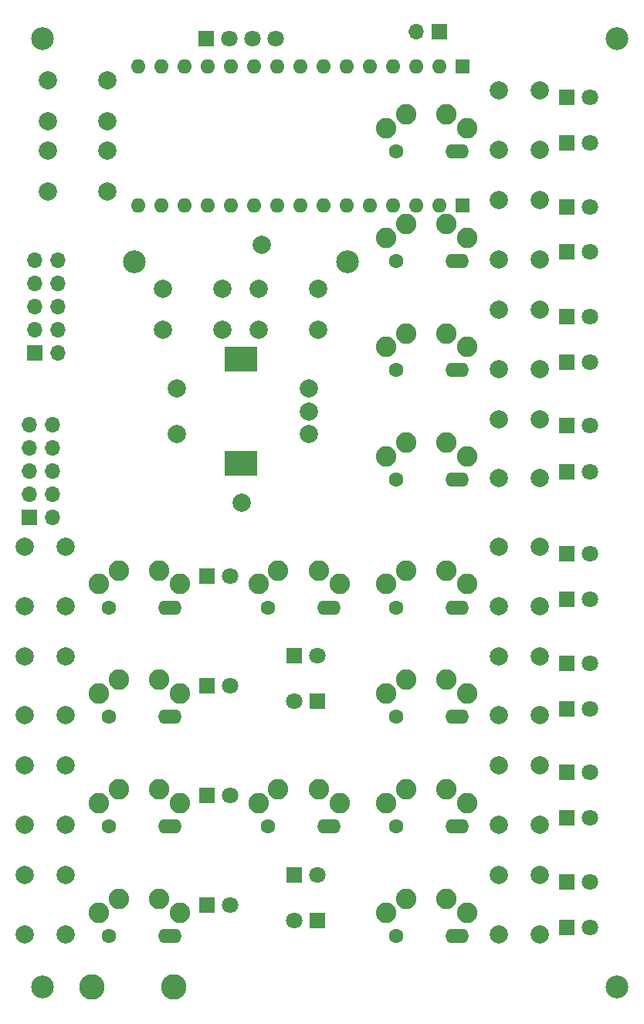
<source format=gbr>
%TF.GenerationSoftware,KiCad,Pcbnew,(6.0.1)*%
%TF.CreationDate,2022-11-27T08:25:25-08:00*%
%TF.ProjectId,main_board,6d61696e-5f62-46f6-9172-642e6b696361,4.1*%
%TF.SameCoordinates,Original*%
%TF.FileFunction,Soldermask,Top*%
%TF.FilePolarity,Negative*%
%FSLAX46Y46*%
G04 Gerber Fmt 4.6, Leading zero omitted, Abs format (unit mm)*
G04 Created by KiCad (PCBNEW (6.0.1)) date 2022-11-27 08:25:25*
%MOMM*%
%LPD*%
G01*
G04 APERTURE LIST*
%ADD10R,1.800000X1.800000*%
%ADD11C,1.800000*%
%ADD12C,2.000000*%
%ADD13C,2.250000*%
%ADD14O,2.600000X1.600000*%
%ADD15C,1.600000*%
%ADD16C,2.500000*%
%ADD17R,3.600000X2.800000*%
%ADD18R,1.700000X1.700000*%
%ADD19O,1.700000X1.700000*%
%ADD20R,1.600000X1.600000*%
%ADD21O,1.600000X1.600000*%
%ADD22C,2.800000*%
G04 APERTURE END LIST*
D10*
X111500000Y-88520000D03*
D11*
X114040000Y-88520000D03*
D10*
X111500000Y-138500000D03*
D11*
X114040000Y-138500000D03*
D10*
X111500000Y-121500000D03*
D11*
X114040000Y-121500000D03*
D12*
X104000000Y-139250000D03*
X104000000Y-132750000D03*
X108500000Y-139250000D03*
X108500000Y-132750000D03*
D10*
X84140000Y-125700000D03*
D11*
X81600000Y-125700000D03*
D12*
X104000000Y-151250000D03*
X104000000Y-144750000D03*
X108500000Y-144750000D03*
X108500000Y-151250000D03*
D13*
X91670000Y-148850000D03*
X100570000Y-148850000D03*
X93820000Y-147350000D03*
X98270000Y-147350000D03*
D14*
X99410000Y-151400000D03*
D15*
X92730000Y-151400000D03*
D12*
X104000000Y-58750000D03*
X104000000Y-65250000D03*
X108500000Y-65250000D03*
X108500000Y-58750000D03*
D10*
X111500000Y-100500000D03*
D11*
X114040000Y-100500000D03*
D10*
X111500000Y-59500000D03*
D11*
X114040000Y-59500000D03*
D12*
X104000000Y-127250000D03*
X104000000Y-120750000D03*
X108500000Y-127250000D03*
X108500000Y-120750000D03*
D10*
X111500000Y-145500000D03*
D11*
X114040000Y-145500000D03*
D12*
X61100000Y-62100000D03*
X54600000Y-62100000D03*
X54600000Y-57600000D03*
X61100000Y-57600000D03*
D16*
X117000000Y-53000000D03*
D10*
X111500000Y-71500000D03*
D11*
X114040000Y-71500000D03*
D13*
X91670000Y-62850000D03*
X100570000Y-62850000D03*
X93820000Y-61350000D03*
X98270000Y-61350000D03*
D14*
X99410000Y-65400000D03*
D15*
X92730000Y-65400000D03*
D12*
X104000000Y-82750000D03*
X104000000Y-89250000D03*
X108500000Y-82750000D03*
X108500000Y-89250000D03*
D13*
X77670000Y-112850000D03*
X86570000Y-112850000D03*
X79820000Y-111350000D03*
X84270000Y-111350000D03*
D14*
X85410000Y-115400000D03*
D15*
X78730000Y-115400000D03*
D12*
X61050000Y-69800000D03*
X54550000Y-69800000D03*
X54550000Y-65300000D03*
X61050000Y-65300000D03*
X52000000Y-144750000D03*
X52000000Y-151250000D03*
X56500000Y-144750000D03*
X56500000Y-151250000D03*
X68700000Y-96400000D03*
X68700000Y-91400000D03*
D17*
X75700000Y-99600000D03*
X75700000Y-88200000D03*
D12*
X83200000Y-96400000D03*
X83200000Y-91400000D03*
X83200000Y-93900000D03*
D10*
X72000000Y-112000000D03*
D11*
X74540000Y-112000000D03*
D12*
X104000000Y-108750000D03*
X104000000Y-115250000D03*
X108500000Y-108750000D03*
X108500000Y-115250000D03*
X52000000Y-108750000D03*
X52000000Y-115250000D03*
X56500000Y-115250000D03*
X56500000Y-108750000D03*
D10*
X81600000Y-144700000D03*
D11*
X84140000Y-144700000D03*
D10*
X111500000Y-64500000D03*
D11*
X114040000Y-64500000D03*
D13*
X77670000Y-136850000D03*
X86570000Y-136850000D03*
X79820000Y-135350000D03*
X84270000Y-135350000D03*
D14*
X85410000Y-139400000D03*
D15*
X78730000Y-139400000D03*
D10*
X81600000Y-120700000D03*
D11*
X84140000Y-120700000D03*
D12*
X52000000Y-132750000D03*
X52000000Y-139250000D03*
X56500000Y-139250000D03*
X56500000Y-132750000D03*
D16*
X54000000Y-53000000D03*
X64050000Y-77500000D03*
D13*
X91670000Y-112850000D03*
X100570000Y-112850000D03*
X93820000Y-111350000D03*
X98270000Y-111350000D03*
D14*
X99410000Y-115400000D03*
D15*
X92730000Y-115400000D03*
D10*
X72000000Y-136000000D03*
D11*
X74540000Y-136000000D03*
D10*
X111500000Y-133500000D03*
D11*
X114040000Y-133500000D03*
D10*
X84140000Y-149700000D03*
D11*
X81600000Y-149700000D03*
D16*
X117000000Y-157000000D03*
D10*
X72000000Y-124000000D03*
D11*
X74540000Y-124000000D03*
D13*
X60170000Y-112850000D03*
X69070000Y-112850000D03*
X62320000Y-111350000D03*
X66770000Y-111350000D03*
D14*
X67910000Y-115400000D03*
D15*
X61230000Y-115400000D03*
D10*
X111500000Y-95500000D03*
D11*
X114040000Y-95500000D03*
D13*
X60170000Y-124850000D03*
X69070000Y-124850000D03*
X62320000Y-123350000D03*
X66770000Y-123350000D03*
D14*
X67910000Y-127400000D03*
D15*
X61230000Y-127400000D03*
D13*
X60170000Y-136850000D03*
X69070000Y-136850000D03*
X62320000Y-135350000D03*
X66770000Y-135350000D03*
D14*
X67910000Y-139400000D03*
D15*
X61230000Y-139400000D03*
D13*
X91670000Y-136850000D03*
X100570000Y-136850000D03*
X93820000Y-135350000D03*
X98270000Y-135350000D03*
D14*
X99410000Y-139400000D03*
D15*
X92730000Y-139400000D03*
D16*
X54000000Y-157000000D03*
D10*
X111500000Y-150500000D03*
D11*
X114040000Y-150500000D03*
D10*
X111500000Y-126500000D03*
D11*
X114040000Y-126500000D03*
D12*
X104000000Y-94750000D03*
X104000000Y-101250000D03*
X108500000Y-94750000D03*
X108500000Y-101250000D03*
D16*
X87450000Y-77500000D03*
D10*
X111500000Y-83500000D03*
D11*
X114040000Y-83500000D03*
D10*
X111500000Y-76450000D03*
D11*
X114040000Y-76450000D03*
D13*
X91670000Y-86850000D03*
X100570000Y-86850000D03*
X93820000Y-85350000D03*
X98270000Y-85350000D03*
D14*
X99410000Y-89400000D03*
D15*
X92730000Y-89400000D03*
D12*
X104000000Y-70750000D03*
X104000000Y-77250000D03*
X108500000Y-70750000D03*
X108500000Y-77250000D03*
D13*
X91670000Y-124850000D03*
X100570000Y-124850000D03*
X93820000Y-123350000D03*
X98270000Y-123350000D03*
D14*
X99410000Y-127400000D03*
D15*
X92730000Y-127400000D03*
D13*
X91670000Y-98850000D03*
X100570000Y-98850000D03*
X93820000Y-97350000D03*
X98270000Y-97350000D03*
D14*
X99410000Y-101400000D03*
D15*
X92730000Y-101400000D03*
D10*
X111500000Y-114500000D03*
D11*
X114040000Y-114500000D03*
D13*
X60170000Y-148850000D03*
X69070000Y-148850000D03*
X62320000Y-147350000D03*
X66770000Y-147350000D03*
D14*
X67910000Y-151400000D03*
D15*
X61230000Y-151400000D03*
D10*
X71940000Y-53000000D03*
D11*
X74480000Y-53000000D03*
X77020000Y-53000000D03*
X79560000Y-53000000D03*
D12*
X52000000Y-120750000D03*
X52000000Y-127250000D03*
X56500000Y-120750000D03*
X56500000Y-127250000D03*
D13*
X91670000Y-74850000D03*
X100570000Y-74850000D03*
X93820000Y-73350000D03*
X98270000Y-73350000D03*
D14*
X99410000Y-77400000D03*
D15*
X92730000Y-77400000D03*
D10*
X111500000Y-109500000D03*
D11*
X114040000Y-109500000D03*
D10*
X72000000Y-148000000D03*
D11*
X74540000Y-148000000D03*
D12*
X77700000Y-80500000D03*
X84200000Y-80500000D03*
X77700000Y-85000000D03*
X84200000Y-85000000D03*
X73700000Y-80500000D03*
X67200000Y-80500000D03*
X67200000Y-85000000D03*
X73700000Y-85000000D03*
D18*
X97475000Y-52300000D03*
D19*
X94935000Y-52300000D03*
D20*
X100000000Y-56060000D03*
D21*
X97460000Y-56060000D03*
X94920000Y-56060000D03*
X92380000Y-56060000D03*
X89840000Y-56060000D03*
X87300000Y-56060000D03*
X84760000Y-56060000D03*
X82220000Y-56060000D03*
X79680000Y-56060000D03*
X77140000Y-56060000D03*
X74600000Y-56060000D03*
X72060000Y-56060000D03*
X69520000Y-56060000D03*
X66980000Y-56060000D03*
X64440000Y-56060000D03*
D18*
X53100000Y-87500000D03*
D19*
X55640000Y-87500000D03*
X53100000Y-84960000D03*
X55640000Y-84960000D03*
X53100000Y-82420000D03*
X55640000Y-82420000D03*
X53100000Y-79880000D03*
X55640000Y-79880000D03*
X53100000Y-77340000D03*
X55640000Y-77340000D03*
D12*
X75800000Y-103900000D03*
D20*
X100000000Y-71300000D03*
D21*
X97460000Y-71300000D03*
X94920000Y-71300000D03*
X92380000Y-71300000D03*
X89840000Y-71300000D03*
X87300000Y-71300000D03*
X84760000Y-71300000D03*
X82220000Y-71300000D03*
X79680000Y-71300000D03*
X77140000Y-71300000D03*
X74600000Y-71300000D03*
X72060000Y-71300000D03*
X69520000Y-71300000D03*
X66980000Y-71300000D03*
X64440000Y-71300000D03*
D18*
X52500000Y-105500000D03*
D19*
X55040000Y-105500000D03*
X52500000Y-102960000D03*
X55040000Y-102960000D03*
X52500000Y-100420000D03*
X55040000Y-100420000D03*
X52500000Y-97880000D03*
X55040000Y-97880000D03*
X52500000Y-95340000D03*
X55040000Y-95340000D03*
D12*
X78050000Y-75650000D03*
D22*
X59400000Y-157000000D03*
X68375000Y-157000000D03*
M02*

</source>
